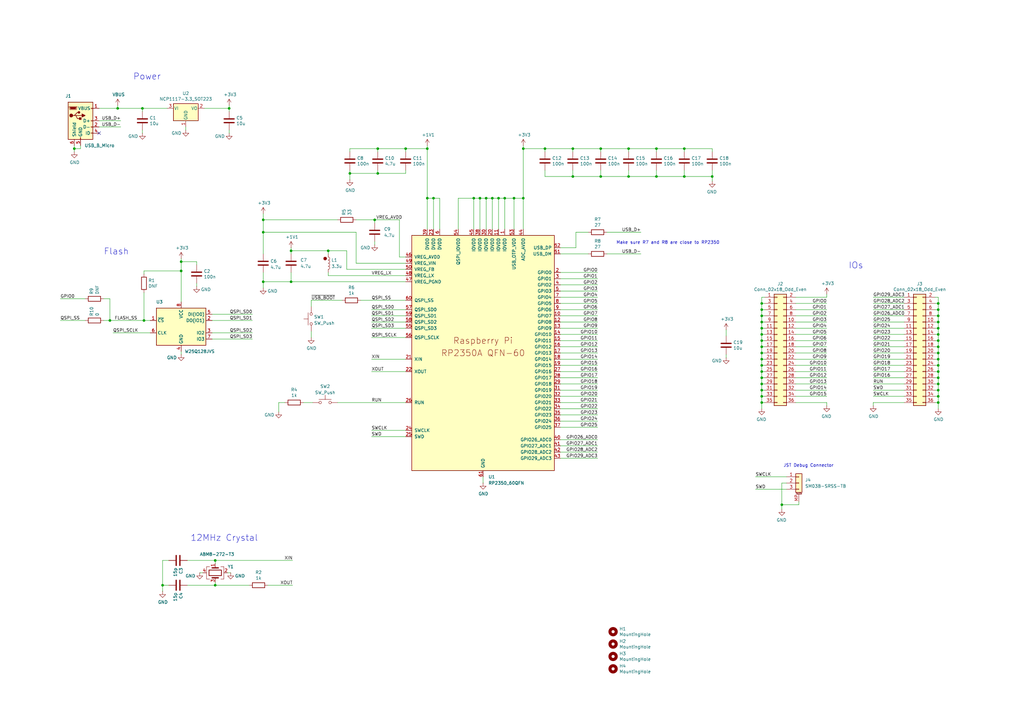
<source format=kicad_sch>
(kicad_sch (version 20250114) (generator "eeschema") (generator_version "9.0")
  (paper "A3")
  (title_block (title "RP2350A QFN-60 Minimal Design Example") (date "2024-07-01") (rev "REV3") (company "Raspberry Pi Ltd"))
  (circle (center 133.35 106.045) (radius 0.635) (stroke (width 0) (color 132 0 0 1)) (fill (type color) (color 132 0 0 1)))
  (text "JST Debug Connector" (at 321.31 191.77 0) (effects (font (size 1.27 1.27)) (justify left bottom)))
  (text "IOs" (at 347.98 110.49 0) (effects (font (size 2.54 2.54)) (justify left bottom)))
  (text "Flash" (at 42.545 104.775 0) (effects (font (size 2.54 2.54)) (justify left bottom)))
  (text "Make sure R7 and R8 are close to RP2350\n" (at 252.73 100.33 0) (effects (font (size 1.27 1.27)) (justify left bottom)))
  (text "12MHz Crystal" (at 78.105 222.25 0) (effects (font (size 2.54 2.54)) (justify left bottom)))
  (text "Power" (at 54.61 33.02 0) (effects (font (size 2.54 2.54)) (justify left bottom)))
  (junction (at 320.675 207.01))
  (junction (at 257.81 60.96))
  (junction (at 153.67 90.17))
  (junction (at 312.42 149.86))
  (junction (at 119.38 102.87))
  (junction (at 312.42 157.48))
  (junction (at 194.31 81.28))
  (junction (at 280.67 72.39))
  (junction (at 312.42 147.32))
  (junction (at 175.26 81.28))
  (junction (at 154.94 71.12))
  (junction (at 214.63 60.96))
  (junction (at 384.81 162.56))
  (junction (at 312.42 144.78))
  (junction (at 196.85 81.28))
  (junction (at 88.265 229.87))
  (junction (at 48.26 44.45))
  (junction (at 134.62 102.87))
  (junction (at 30.48 60.96))
  (junction (at 119.38 115.57))
  (junction (at 223.52 60.96))
  (junction (at 312.42 152.4))
  (junction (at 210.82 81.28))
  (junction (at 66.675 240.03))
  (junction (at 154.94 60.96))
  (junction (at 207.01 81.28))
  (junction (at 384.81 154.94))
  (junction (at 269.24 72.39))
  (junction (at 384.81 134.62))
  (junction (at 384.81 144.78))
  (junction (at 292.1 72.39))
  (junction (at 384.81 127))
  (junction (at 384.81 157.48))
  (junction (at 246.38 72.39))
  (junction (at 312.42 142.24))
  (junction (at 204.47 81.28))
  (junction (at 74.295 107.315))
  (junction (at 312.42 129.54))
  (junction (at 199.39 81.28))
  (junction (at 384.81 165.1))
  (junction (at 175.26 60.96))
  (junction (at 74.295 111.125))
  (junction (at 107.95 115.57))
  (junction (at 384.81 137.16))
  (junction (at 280.67 60.96))
  (junction (at 384.81 139.7))
  (junction (at 257.81 72.39))
  (junction (at 269.24 60.96))
  (junction (at 312.42 139.7))
  (junction (at 312.42 137.16))
  (junction (at 58.42 44.45))
  (junction (at 166.37 60.96))
  (junction (at 384.81 160.02))
  (junction (at 384.81 152.4))
  (junction (at 384.81 132.08))
  (junction (at 312.42 165.1))
  (junction (at 312.42 154.94))
  (junction (at 312.42 127))
  (junction (at 384.81 129.54))
  (junction (at 312.42 124.46))
  (junction (at 384.81 147.32))
  (junction (at 234.95 60.96))
  (junction (at 88.265 240.03))
  (junction (at 312.42 160.02))
  (junction (at 234.95 72.39))
  (junction (at 214.63 81.28))
  (junction (at 384.81 142.24))
  (junction (at 107.95 90.17))
  (junction (at 312.42 162.56))
  (junction (at 177.8 81.28))
  (junction (at 246.38 60.96))
  (junction (at 59.055 131.445))
  (junction (at 45.085 131.445))
  (junction (at 384.81 124.46))
  (junction (at 384.81 149.86))
  (junction (at 93.98 44.45))
  (junction (at 312.42 132.08))
  (junction (at 201.93 81.28))
  (junction (at 107.95 95.25))
  (junction (at 143.51 71.12))
  (junction (at 312.42 134.62))
  (no_connect (at 40.64 54.61))
  (wire (pts (xy 229.87 127) (xy 245.11 127)))
  (wire (pts (xy 153.67 100.33) (xy 153.67 99.06)))
  (wire (pts (xy 24.765 122.555) (xy 34.925 122.555)))
  (wire (pts (xy 146.05 95.25) (xy 146.05 107.95)))
  (wire (pts (xy 384.81 152.4) (xy 384.81 154.94)))
  (wire (pts (xy 229.87 185.42) (xy 245.11 185.42)))
  (wire (pts (xy 384.81 137.16) (xy 384.81 139.7)))
  (wire (pts (xy 339.09 144.78) (xy 326.39 144.78)))
  (wire (pts (xy 370.84 147.32) (xy 358.14 147.32)))
  (wire (pts (xy 312.42 160.02) (xy 312.42 162.56)))
  (wire (pts (xy 320.675 198.12) (xy 320.675 207.01)))
  (wire (pts (xy 154.94 60.96) (xy 166.37 60.96)))
  (wire (pts (xy 370.84 132.08) (xy 358.14 132.08)))
  (wire (pts (xy 229.87 129.54) (xy 245.11 129.54)))
  (wire (pts (xy 93.98 44.45) (xy 93.98 43.18)))
  (wire (pts (xy 370.84 157.48) (xy 358.14 157.48)))
  (wire (pts (xy 88.265 231.14) (xy 88.265 229.87)))
  (wire (pts (xy 234.95 62.23) (xy 234.95 60.96)))
  (wire (pts (xy 234.95 69.85) (xy 234.95 72.39)))
  (wire (pts (xy 163.83 90.17) (xy 163.83 105.41)))
  (wire (pts (xy 339.09 149.86) (xy 326.39 149.86)))
  (wire (pts (xy 207.01 81.28) (xy 210.82 81.28)))
  (wire (pts (xy 154.94 62.23) (xy 154.94 60.96)))
  (wire (pts (xy 166.37 138.43) (xy 152.4 138.43)))
  (wire (pts (xy 154.94 71.12) (xy 166.37 71.12)))
  (wire (pts (xy 30.48 59.69) (xy 30.48 60.96)))
  (wire (pts (xy 229.87 167.64) (xy 245.11 167.64)))
  (wire (pts (xy 384.81 165.1) (xy 384.81 167.64)))
  (wire (pts (xy 229.87 111.76) (xy 245.11 111.76)))
  (wire (pts (xy 143.51 69.85) (xy 143.51 71.12)))
  (wire (pts (xy 48.26 43.18) (xy 48.26 44.45)))
  (wire (pts (xy 153.67 90.17) (xy 163.83 90.17)))
  (wire (pts (xy 384.81 154.94) (xy 384.81 157.48)))
  (wire (pts (xy 229.87 162.56) (xy 245.11 162.56)))
  (wire (pts (xy 339.09 154.94) (xy 326.39 154.94)))
  (wire (pts (xy 384.81 132.08) (xy 384.81 134.62)))
  (wire (pts (xy 312.42 165.1) (xy 312.42 167.64)))
  (wire (pts (xy 246.38 62.23) (xy 246.38 60.96)))
  (wire (pts (xy 127.635 123.19) (xy 127.635 125.73)))
  (wire (pts (xy 166.37 176.53) (xy 152.4 176.53)))
  (wire (pts (xy 370.84 144.78) (xy 358.14 144.78)))
  (wire (pts (xy 107.95 90.17) (xy 107.95 95.25)))
  (wire (pts (xy 223.52 62.23) (xy 223.52 60.96)))
  (wire (pts (xy 88.265 240.03) (xy 102.235 240.03)))
  (wire (pts (xy 384.81 129.54) (xy 384.81 132.08)))
  (wire (pts (xy 223.52 69.85) (xy 223.52 72.39)))
  (wire (pts (xy 107.95 95.25) (xy 146.05 95.25)))
  (wire (pts (xy 107.95 95.25) (xy 107.95 104.14)))
  (wire (pts (xy 313.69 157.48) (xy 312.42 157.48)))
  (wire (pts (xy 66.675 240.03) (xy 66.675 242.57)))
  (wire (pts (xy 370.84 152.4) (xy 358.14 152.4)))
  (wire (pts (xy 312.42 162.56) (xy 312.42 165.1)))
  (wire (pts (xy 199.39 93.98) (xy 199.39 81.28)))
  (wire (pts (xy 33.02 59.69) (xy 33.02 60.96)))
  (wire (pts (xy 312.42 139.7) (xy 312.42 142.24)))
  (wire (pts (xy 187.96 93.98) (xy 187.96 81.28)))
  (wire (pts (xy 46.355 136.525) (xy 61.595 136.525)))
  (wire (pts (xy 74.295 106.045) (xy 74.295 107.315)))
  (wire (pts (xy 66.675 229.87) (xy 66.675 240.03)))
  (wire (pts (xy 210.82 81.28) (xy 214.63 81.28)))
  (wire (pts (xy 257.81 60.96) (xy 269.24 60.96)))
  (wire (pts (xy 383.54 142.24) (xy 384.81 142.24)))
  (wire (pts (xy 69.215 229.87) (xy 66.675 229.87)))
  (wire (pts (xy 153.67 90.17) (xy 153.67 91.44)))
  (wire (pts (xy 269.24 72.39) (xy 257.81 72.39)))
  (wire (pts (xy 339.09 157.48) (xy 326.39 157.48)))
  (wire (pts (xy 229.87 175.26) (xy 245.11 175.26)))
  (wire (pts (xy 42.545 122.555) (xy 45.085 122.555)))
  (wire (pts (xy 201.93 81.28) (xy 204.47 81.28)))
  (wire (pts (xy 40.64 52.07) (xy 49.53 52.07)))
  (wire (pts (xy 234.95 72.39) (xy 223.52 72.39)))
  (wire (pts (xy 269.24 69.85) (xy 269.24 72.39)))
  (wire (pts (xy 175.26 60.96) (xy 175.26 81.28)))
  (wire (pts (xy 196.85 81.28) (xy 199.39 81.28)))
  (wire (pts (xy 384.81 144.78) (xy 384.81 147.32)))
  (wire (pts (xy 383.54 157.48) (xy 384.81 157.48)))
  (wire (pts (xy 229.87 139.7) (xy 245.11 139.7)))
  (wire (pts (xy 201.93 93.98) (xy 201.93 81.28)))
  (wire (pts (xy 59.055 111.125) (xy 74.295 111.125)))
  (wire (pts (xy 146.05 107.95) (xy 166.37 107.95)))
  (wire (pts (xy 383.54 165.1) (xy 384.81 165.1)))
  (wire (pts (xy 383.54 139.7) (xy 384.81 139.7)))
  (wire (pts (xy 199.39 81.28) (xy 201.93 81.28)))
  (wire (pts (xy 58.42 45.72) (xy 58.42 44.45)))
  (wire (pts (xy 383.54 134.62) (xy 384.81 134.62)))
  (wire (pts (xy 107.95 87.63) (xy 107.95 90.17)))
  (wire (pts (xy 313.69 149.86) (xy 312.42 149.86)))
  (wire (pts (xy 384.81 127) (xy 384.81 129.54)))
  (wire (pts (xy 107.95 115.57) (xy 119.38 115.57)))
  (wire (pts (xy 229.87 132.08) (xy 245.11 132.08)))
  (wire (pts (xy 116.84 165.1) (xy 114.3 165.1)))
  (wire (pts (xy 234.95 60.96) (xy 246.38 60.96)))
  (wire (pts (xy 59.055 112.395) (xy 59.055 111.125)))
  (wire (pts (xy 119.38 104.14) (xy 119.38 102.87)))
  (wire (pts (xy 339.09 166.37) (xy 339.09 165.1)))
  (wire (pts (xy 229.87 114.3) (xy 245.11 114.3)))
  (wire (pts (xy 86.995 139.065) (xy 103.505 139.065)))
  (wire (pts (xy 166.37 123.19) (xy 147.955 123.19)))
  (wire (pts (xy 143.51 62.23) (xy 143.51 60.96)))
  (wire (pts (xy 312.42 127) (xy 312.42 129.54)))
  (wire (pts (xy 107.95 111.76) (xy 107.95 115.57)))
  (wire (pts (xy 383.54 129.54) (xy 384.81 129.54)))
  (wire (pts (xy 327.66 205.74) (xy 327.66 207.01)))
  (wire (pts (xy 370.84 160.02) (xy 358.14 160.02)))
  (wire (pts (xy 339.09 147.32) (xy 326.39 147.32)))
  (wire (pts (xy 370.84 142.24) (xy 358.14 142.24)))
  (wire (pts (xy 384.81 142.24) (xy 384.81 144.78)))
  (wire (pts (xy 166.37 110.49) (xy 142.24 110.49)))
  (wire (pts (xy 59.055 120.015) (xy 59.055 131.445)))
  (wire (pts (xy 74.295 144.145) (xy 74.295 145.415)))
  (wire (pts (xy 384.81 121.92) (xy 384.81 124.46)))
  (wire (pts (xy 383.54 160.02) (xy 384.81 160.02)))
  (wire (pts (xy 229.87 172.72) (xy 245.11 172.72)))
  (wire (pts (xy 140.335 123.19) (xy 127.635 123.19)))
  (wire (pts (xy 309.88 200.66) (xy 322.58 200.66)))
  (wire (pts (xy 384.81 157.48) (xy 384.81 160.02)))
  (wire (pts (xy 370.84 127) (xy 358.14 127)))
  (wire (pts (xy 229.87 187.96) (xy 245.11 187.96)))
  (wire (pts (xy 248.92 104.14) (xy 262.89 104.14)))
  (wire (pts (xy 384.81 149.86) (xy 384.81 152.4)))
  (wire (pts (xy 175.26 81.28) (xy 175.26 93.98)))
  (wire (pts (xy 370.84 149.86) (xy 358.14 149.86)))
  (wire (pts (xy 370.84 124.46) (xy 358.14 124.46)))
  (wire (pts (xy 59.055 131.445) (xy 61.595 131.445)))
  (wire (pts (xy 383.54 121.92) (xy 384.81 121.92)))
  (wire (pts (xy 214.63 81.28) (xy 214.63 93.98)))
  (wire (pts (xy 119.38 101.6) (xy 119.38 102.87)))
  (wire (pts (xy 109.855 240.03) (xy 120.015 240.03)))
  (wire (pts (xy 76.835 240.03) (xy 88.265 240.03)))
  (wire (pts (xy 119.38 115.57) (xy 166.37 115.57)))
  (wire (pts (xy 339.09 137.16) (xy 326.39 137.16)))
  (wire (pts (xy 107.95 115.57) (xy 107.95 118.11)))
  (wire (pts (xy 48.26 44.45) (xy 58.42 44.45)))
  (wire (pts (xy 313.69 139.7) (xy 312.42 139.7)))
  (wire (pts (xy 69.215 240.03) (xy 66.675 240.03)))
  (wire (pts (xy 383.54 162.56) (xy 384.81 162.56)))
  (wire (pts (xy 107.95 90.17) (xy 138.43 90.17)))
  (wire (pts (xy 383.54 152.4) (xy 384.81 152.4)))
  (wire (pts (xy 74.295 111.125) (xy 74.295 123.825)))
  (wire (pts (xy 143.51 71.12) (xy 143.51 73.66)))
  (wire (pts (xy 204.47 81.28) (xy 207.01 81.28)))
  (wire (pts (xy 24.765 131.445) (xy 34.925 131.445)))
  (wire (pts (xy 339.09 160.02) (xy 326.39 160.02)))
  (wire (pts (xy 83.82 44.45) (xy 93.98 44.45)))
  (wire (pts (xy 313.69 121.92) (xy 312.42 121.92)))
  (wire (pts (xy 313.69 160.02) (xy 312.42 160.02)))
  (wire (pts (xy 229.87 170.18) (xy 245.11 170.18)))
  (wire (pts (xy 154.94 69.85) (xy 154.94 71.12)))
  (wire (pts (xy 269.24 60.96) (xy 280.67 60.96)))
  (wire (pts (xy 383.54 124.46) (xy 384.81 124.46)))
  (wire (pts (xy 383.54 144.78) (xy 384.81 144.78)))
  (wire (pts (xy 339.09 121.92) (xy 339.09 120.65)))
  (wire (pts (xy 384.81 160.02) (xy 384.81 162.56)))
  (wire (pts (xy 358.14 165.1) (xy 370.84 165.1)))
  (wire (pts (xy 74.295 107.315) (xy 74.295 111.125)))
  (wire (pts (xy 292.1 69.85) (xy 292.1 72.39)))
  (wire (pts (xy 42.545 131.445) (xy 45.085 131.445)))
  (wire (pts (xy 86.995 136.525) (xy 103.505 136.525)))
  (wire (pts (xy 152.4 147.32) (xy 166.37 147.32)))
  (wire (pts (xy 198.12 195.58) (xy 198.12 198.12)))
  (wire (pts (xy 152.4 132.08) (xy 166.37 132.08)))
  (wire (pts (xy 81.915 234.95) (xy 83.185 234.95)))
  (wire (pts (xy 384.81 139.7) (xy 384.81 142.24)))
  (wire (pts (xy 58.42 53.34) (xy 58.42 54.61)))
  (wire (pts (xy 180.34 81.28) (xy 180.34 93.98)))
  (wire (pts (xy 194.31 93.98) (xy 194.31 81.28)))
  (wire (pts (xy 229.87 182.88) (xy 245.11 182.88)))
  (wire (pts (xy 229.87 116.84) (xy 245.11 116.84)))
  (wire (pts (xy 143.51 60.96) (xy 154.94 60.96)))
  (wire (pts (xy 142.24 110.49) (xy 142.24 102.87)))
  (wire (pts (xy 370.84 121.92) (xy 358.14 121.92)))
  (wire (pts (xy 383.54 154.94) (xy 384.81 154.94)))
  (wire (pts (xy 339.09 165.1) (xy 326.39 165.1)))
  (wire (pts (xy 80.645 107.315) (xy 74.295 107.315)))
  (wire (pts (xy 312.42 124.46) (xy 312.42 127)))
  (wire (pts (xy 229.87 137.16) (xy 245.11 137.16)))
  (wire (pts (xy 280.67 62.23) (xy 280.67 60.96)))
  (wire (pts (xy 152.4 127) (xy 166.37 127)))
  (wire (pts (xy 312.42 134.62) (xy 312.42 137.16)))
  (wire (pts (xy 236.22 95.25) (xy 236.22 101.6)))
  (wire (pts (xy 229.87 144.78) (xy 245.11 144.78)))
  (wire (pts (xy 383.54 137.16) (xy 384.81 137.16)))
  (wire (pts (xy 257.81 69.85) (xy 257.81 72.39)))
  (wire (pts (xy 214.63 59.69) (xy 214.63 60.96)))
  (wire (pts (xy 257.81 62.23) (xy 257.81 60.96)))
  (wire (pts (xy 229.87 154.94) (xy 245.11 154.94)))
  (wire (pts (xy 312.42 142.24) (xy 312.42 144.78)))
  (wire (pts (xy 146.05 90.17) (xy 153.67 90.17)))
  (wire (pts (xy 152.4 129.54) (xy 166.37 129.54)))
  (wire (pts (xy 313.69 147.32) (xy 312.42 147.32)))
  (wire (pts (xy 152.4 134.62) (xy 166.37 134.62)))
  (wire (pts (xy 269.24 62.23) (xy 269.24 60.96)))
  (wire (pts (xy 313.69 152.4) (xy 312.42 152.4)))
  (wire (pts (xy 229.87 134.62) (xy 245.11 134.62)))
  (wire (pts (xy 124.46 165.1) (xy 128.27 165.1)))
  (wire (pts (xy 127.635 135.89) (xy 127.635 138.43)))
  (wire (pts (xy 280.67 72.39) (xy 269.24 72.39)))
  (wire (pts (xy 80.645 108.585) (xy 80.645 107.315)))
  (wire (pts (xy 312.42 121.92) (xy 312.42 124.46)))
  (wire (pts (xy 297.815 135.255) (xy 297.815 137.795)))
  (wire (pts (xy 383.54 132.08) (xy 384.81 132.08)))
  (wire (pts (xy 166.37 60.96) (xy 175.26 60.96)))
  (wire (pts (xy 229.87 160.02) (xy 245.11 160.02)))
  (wire (pts (xy 370.84 134.62) (xy 358.14 134.62)))
  (wire (pts (xy 246.38 60.96) (xy 257.81 60.96)))
  (wire (pts (xy 257.81 72.39) (xy 246.38 72.39)))
  (wire (pts (xy 214.63 60.96) (xy 223.52 60.96)))
  (wire (pts (xy 134.62 113.03) (xy 166.37 113.03)))
  (wire (pts (xy 119.38 111.76) (xy 119.38 115.57)))
  (wire (pts (xy 229.87 149.86) (xy 245.11 149.86)))
  (wire (pts (xy 119.38 102.87) (xy 134.62 102.87)))
  (wire (pts (xy 33.02 60.96) (xy 30.48 60.96)))
  (wire (pts (xy 246.38 69.85) (xy 246.38 72.39)))
  (wire (pts (xy 166.37 179.07) (xy 152.4 179.07)))
  (wire (pts (xy 384.81 134.62) (xy 384.81 137.16)))
  (wire (pts (xy 236.22 95.25) (xy 241.3 95.25)))
  (wire (pts (xy 313.69 132.08) (xy 312.42 132.08)))
  (wire (pts (xy 312.42 129.54) (xy 312.42 132.08)))
  (wire (pts (xy 177.8 81.28) (xy 180.34 81.28)))
  (wire (pts (xy 339.09 162.56) (xy 326.39 162.56)))
  (wire (pts (xy 93.345 234.95) (xy 94.615 234.95)))
  (wire (pts (xy 196.85 93.98) (xy 196.85 81.28)))
  (wire (pts (xy 320.675 207.01) (xy 327.66 207.01)))
  (wire (pts (xy 384.81 162.56) (xy 384.81 165.1)))
  (wire (pts (xy 229.87 165.1) (xy 245.11 165.1)))
  (wire (pts (xy 313.69 124.46) (xy 312.42 124.46)))
  (wire (pts (xy 313.69 142.24) (xy 312.42 142.24)))
  (wire (pts (xy 312.42 147.32) (xy 312.42 149.86)))
  (wire (pts (xy 248.92 95.25) (xy 262.89 95.25)))
  (wire (pts (xy 339.09 142.24) (xy 326.39 142.24)))
  (wire (pts (xy 339.09 134.62) (xy 326.39 134.62)))
  (wire (pts (xy 358.14 166.37) (xy 358.14 165.1)))
  (wire (pts (xy 210.82 93.98) (xy 210.82 81.28)))
  (wire (pts (xy 339.09 124.46) (xy 326.39 124.46)))
  (wire (pts (xy 313.69 162.56) (xy 312.42 162.56)))
  (wire (pts (xy 175.26 59.69) (xy 175.26 60.96)))
  (wire (pts (xy 309.88 195.58) (xy 322.58 195.58)))
  (wire (pts (xy 229.87 119.38) (xy 245.11 119.38)))
  (wire (pts (xy 280.67 72.39) (xy 292.1 72.39)))
  (wire (pts (xy 292.1 72.39) (xy 292.1 74.295)))
  (wire (pts (xy 370.84 139.7) (xy 358.14 139.7)))
  (wire (pts (xy 134.62 113.03) (xy 134.62 111.76)))
  (wire (pts (xy 370.84 154.94) (xy 358.14 154.94)))
  (wire (pts (xy 229.87 157.48) (xy 245.11 157.48)))
  (wire (pts (xy 383.54 149.86) (xy 384.81 149.86)))
  (wire (pts (xy 313.69 129.54) (xy 312.42 129.54)))
  (wire (pts (xy 45.085 122.555) (xy 45.085 131.445)))
  (wire (pts (xy 339.09 129.54) (xy 326.39 129.54)))
  (wire (pts (xy 229.87 180.34) (xy 245.11 180.34)))
  (wire (pts (xy 280.67 60.96) (xy 292.1 60.96)))
  (wire (pts (xy 313.69 134.62) (xy 312.42 134.62)))
  (wire (pts (xy 194.31 81.28) (xy 196.85 81.28)))
  (wire (pts (xy 312.42 152.4) (xy 312.42 154.94)))
  (wire (pts (xy 204.47 93.98) (xy 204.47 81.28)))
  (wire (pts (xy 339.09 152.4) (xy 326.39 152.4)))
  (wire (pts (xy 383.54 127) (xy 384.81 127)))
  (wire (pts (xy 229.87 152.4) (xy 245.11 152.4)))
  (wire (pts (xy 134.62 102.87) (xy 134.62 104.14)))
  (wire (pts (xy 76.2 52.07) (xy 76.2 53.34)))
  (wire (pts (xy 312.42 144.78) (xy 312.42 147.32)))
  (wire (pts (xy 339.09 127) (xy 326.39 127)))
  (wire (pts (xy 229.87 147.32) (xy 245.11 147.32)))
  (wire (pts (xy 45.085 131.445) (xy 59.055 131.445)))
  (wire (pts (xy 40.64 49.53) (xy 49.53 49.53)))
  (wire (pts (xy 166.37 62.23) (xy 166.37 60.96)))
  (wire (pts (xy 229.87 101.6) (xy 236.22 101.6)))
  (wire (pts (xy 313.69 137.16) (xy 312.42 137.16)))
  (wire (pts (xy 93.98 45.72) (xy 93.98 44.45)))
  (wire (pts (xy 246.38 72.39) (xy 234.95 72.39)))
  (wire (pts (xy 143.51 71.12) (xy 154.94 71.12)))
  (wire (pts (xy 339.09 121.92) (xy 326.39 121.92)))
  (wire (pts (xy 187.96 81.28) (xy 194.31 81.28)))
  (wire (pts (xy 370.84 129.54) (xy 358.14 129.54)))
  (wire (pts (xy 384.81 124.46) (xy 384.81 127)))
  (wire (pts (xy 40.64 44.45) (xy 48.26 44.45)))
  (wire (pts (xy 177.8 81.28) (xy 175.26 81.28)))
  (wire (pts (xy 68.58 44.45) (xy 58.42 44.45)))
  (wire (pts (xy 207.01 81.28) (xy 207.01 93.98)))
  (wire (pts (xy 322.58 198.12) (xy 320.675 198.12)))
  (wire (pts (xy 88.265 229.87) (xy 120.015 229.87)))
  (wire (pts (xy 30.48 60.96) (xy 30.48 62.23)))
  (wire (pts (xy 313.69 154.94) (xy 312.42 154.94)))
  (wire (pts (xy 93.98 53.34) (xy 93.98 54.61)))
  (wire (pts (xy 312.42 149.86) (xy 312.42 152.4)))
  (wire (pts (xy 229.87 104.14) (xy 241.3 104.14)))
  (wire (pts (xy 142.24 102.87) (xy 134.62 102.87)))
  (wire (pts (xy 114.3 165.1) (xy 114.3 168.91)))
  (wire (pts (xy 88.265 238.76) (xy 88.265 240.03)))
  (wire (pts (xy 229.87 124.46) (xy 245.11 124.46)))
  (wire (pts (xy 229.87 142.24) (xy 245.11 142.24)))
  (wire (pts (xy 312.42 132.08) (xy 312.42 134.62)))
  (wire (pts (xy 339.09 139.7) (xy 326.39 139.7)))
  (wire (pts (xy 214.63 60.96) (xy 214.63 81.28)))
  (wire (pts (xy 313.69 127) (xy 312.42 127)))
  (wire (pts (xy 229.87 121.92) (xy 245.11 121.92)))
  (wire (pts (xy 163.83 105.41) (xy 166.37 105.41)))
  (wire (pts (xy 384.81 147.32) (xy 384.81 149.86)))
  (wire (pts (xy 297.815 145.415) (xy 297.815 146.685)))
  (wire (pts (xy 86.995 128.905) (xy 103.505 128.905)))
  (wire (pts (xy 339.09 132.08) (xy 326.39 132.08)))
  (wire (pts (xy 312.42 154.94) (xy 312.42 157.48)))
  (wire (pts (xy 223.52 60.96) (xy 234.95 60.96)))
  (wire (pts (xy 166.37 152.4) (xy 152.4 152.4)))
  (wire (pts (xy 320.675 207.01) (xy 320.675 208.915)))
  (wire (pts (xy 313.69 165.1) (xy 312.42 165.1)))
  (wire (pts (xy 313.69 144.78) (xy 312.42 144.78)))
  (wire (pts (xy 292.1 62.23) (xy 292.1 60.96)))
  (wire (pts (xy 312.42 157.48) (xy 312.42 160.02)))
  (wire (pts (xy 370.84 137.16) (xy 358.14 137.16)))
  (wire (pts (xy 383.54 147.32) (xy 384.81 147.32)))
  (wire (pts (xy 370.84 162.56) (xy 358.14 162.56)))
  (wire (pts (xy 76.835 229.87) (xy 88.265 229.87)))
  (wire (pts (xy 86.995 131.445) (xy 103.505 131.445)))
  (wire (pts (xy 166.37 71.12) (xy 166.37 69.85)))
  (wire (pts (xy 177.8 93.98) (xy 177.8 81.28)))
  (wire (pts (xy 138.43 165.1) (xy 166.37 165.1)))
  (wire (pts (xy 280.67 69.85) (xy 280.67 72.39)))
  (wire (pts (xy 80.645 116.205) (xy 80.645 117.475)))
  (wire (pts (xy 312.42 137.16) (xy 312.42 139.7)))
  (label "XIN" (at 152.4 147.32 0))
  (label "GPIO26_ADC0" (at 358.14 129.54 0))
  (label "USB_D+" (at 262.89 95.25 180))
  (label "GPIO26_ADC0" (at 245.11 180.34 180))
  (label "QSPI_SS" (at 24.765 131.445 0))
  (label "GPIO25" (at 358.14 132.08 0))
  (label "RUN" (at 358.14 157.48 0))
  (label "GPIO11" (at 339.09 152.4 180))
  (label "XOUT" (at 152.4 152.4 0))
  (label "GPIO2" (at 245.11 116.84 180))
  (label "GPIO1" (at 245.11 114.3 180))
  (label "GPIO3" (at 339.09 132.08 180))
  (label "GPIO15" (at 339.09 162.56 180))
  (label "GPIO21" (at 358.14 142.24 0))
  (label "GPIO20" (at 358.14 144.78 0))
  (label "GPIO8" (at 339.09 144.78 180))
  (label "SWCLK" (at 358.14 162.56 0))
  (label "GPIO0" (at 24.765 122.555 0))
  (label "GPIO17" (at 358.14 152.4 0))
  (label "GPIO1" (at 339.09 127 180))
  (label "GPIO28_ADC2" (at 358.14 124.46 0))
  (label "GPIO18" (at 358.14 149.86 0))
  (label "QSPI_SD2" (at 103.505 136.525 180))
  (label "FLASH_SS" (at 46.99 131.445 0))
  (label "GPIO27_ADC1" (at 358.14 127 0))
  (label "GPIO0" (at 245.11 111.76 180))
  (label "GPIO14" (at 245.11 147.32 180))
  (label "RUN" (at 152.4 165.1 0))
  (label "QSPI_SD0" (at 152.4 127 0))
  (label "QSPI_SD0" (at 103.505 128.905 180))
  (label "GPIO16" (at 358.14 154.94 0))
  (label "QSPI_SS" (at 152.4 123.19 0))
  (label "SWCLK" (at 152.4 176.53 0))
  (label "GPIO22" (at 358.14 139.7 0))
  (label "GPIO25" (at 245.11 175.26 180))
  (label "SWD" (at 358.14 160.02 0))
  (label "GPIO12" (at 339.09 154.94 180))
  (label "GPIO10" (at 339.09 149.86 180))
  (label "GPIO19" (at 358.14 147.32 0))
  (label "SWCLK" (at 309.88 195.58 0))
  (label "QSPI_SD3" (at 103.505 139.065 180))
  (label "GPIO24" (at 245.11 172.72 180))
  (label "GPIO4" (at 245.11 121.92 180))
  (label "GPIO7" (at 339.09 142.24 180))
  (label "XOUT" (at 120.015 240.03 180))
  (label "GPIO5" (at 245.11 124.46 180))
  (label "QSPI_SD2" (at 152.4 132.08 0))
  (label "GPIO19" (at 245.11 160.02 180))
  (label "USB_D+" (at 49.53 49.53 180))
  (label "USB_D-" (at 262.89 104.14 180))
  (label "GPIO8" (at 245.11 132.08 180))
  (label "GPIO6" (at 339.09 139.7 180))
  (label "~{USB_BOOT}" (at 127.635 123.19 0))
  (label "XIN" (at 120.015 229.87 180))
  (label "GPIO10" (at 245.11 137.16 180))
  (label "VREG_AVDD" (at 154.305 90.17 0))
  (label "GPIO18" (at 245.11 157.48 180))
  (label "GPIO9" (at 245.11 134.62 180))
  (label "GPIO20" (at 245.11 162.56 180))
  (label "USB_D-" (at 49.53 52.07 180))
  (label "GPIO12" (at 245.11 142.24 180))
  (label "GPIO22" (at 245.11 167.64 180))
  (label "GPIO0" (at 339.09 124.46 180))
  (label "QSPI_SD1" (at 152.4 129.54 0))
  (label "GPIO24" (at 358.14 134.62 0))
  (label "GPIO4" (at 339.09 134.62 180))
  (label "QSPI_SCLK" (at 152.4 138.43 0))
  (label "QSPI_SCLK" (at 46.355 136.525 0))
  (label "GPIO13" (at 245.11 144.78 180))
  (label "GPIO13" (at 339.09 157.48 180))
  (label "GPIO17" (at 245.11 154.94 180))
  (label "GPIO29_ADC3" (at 245.11 187.96 180))
  (label "GPIO2" (at 339.09 129.54 180))
  (label "GPIO28_ADC2" (at 245.11 185.42 180))
  (label "SWD" (at 309.88 200.66 0))
  (label "GPIO14" (at 339.09 160.02 180))
  (label "GPIO27_ADC1" (at 245.11 182.88 180))
  (label "GPIO3" (at 245.11 119.38 180))
  (label "GPIO11" (at 245.11 139.7 180))
  (label "GPIO29_ADC3" (at 358.14 121.92 0))
  (label "QSPI_SD1" (at 103.505 131.445 180))
  (label "VREG_LX" (at 152.4 113.03 0))
  (label "SWD" (at 152.4 179.07 0))
  (label "GPIO7" (at 245.11 129.54 180))
  (label "GPIO9" (at 339.09 147.32 180))
  (label "GPIO23" (at 358.14 137.16 0))
  (label "GPIO6" (at 245.11 127 180))
  (label "GPIO5" (at 339.09 137.16 180))
  (label "GPIO15" (at 245.11 149.86 180))
  (label "GPIO21" (at 245.11 165.1 180))
  (label "GPIO16" (at 245.11 152.4 180))
  (label "QSPI_SD3" (at 152.4 134.62 0))
  (label "GPIO23" (at 245.11 170.18 180))
  (symbol (lib_id "Memory_Flash:W25Q128JVS") (at 74.295 133.985 0) (unit 1)
    (property "Reference" "U3" (at 65.405 123.825 0))
    (property "Value" "W25Q128JVS" (at 81.915 144.145 0))
    (property "Footprint" "Package_SO:SOIC-8_5.23x5.23mm_P1.27mm" (effects (hide yes)))
    (property "Datasheet" "http://www.winbond.com/resource-files/w25q128jv_dtr%20revc%2003272018%20plus.pdf" (effects (hide yes)))
  )
  (symbol (lib_id "power:+3V3") (at 74.295 106.045 0) (unit 1)
    (property "Reference" "#PWR04" (effects (hide yes)))
    (property "Value" "+3V3" (at 74.676 101.6508 0))
  )
  (symbol (lib_id "power:GND") (at 74.295 145.415 0) (unit 1)
    (property "Reference" "#PWR05" (effects (hide yes)))
    (property "Value" "GND" (at 70.485 146.685 0))
  )
  (symbol (lib_id "Device:R") (at 59.055 116.205 0) (unit 1)
    (property "Reference" "R1" (at 60.833 115.0366 0) (effects (justify left)))
    (property "Value" "DNF" (at 60.833 117.348 0) (effects (justify left)))
    (property "Footprint" "Resistor_SMD:R_0402_1005Metric" (effects (hide yes)))
  )
  (symbol (lib_id "Device:C") (at 80.645 112.395 0) (unit 1)
    (property "Reference" "C2" (at 83.566 111.2266 0) (effects (justify left)))
    (property "Value" "100n" (at 83.566 113.538 0) (effects (justify left)))
    (property "Footprint" "Capacitor_SMD:C_0402_1005Metric" (effects (hide yes)))
  )
  (symbol (lib_id "power:GND") (at 80.645 117.475 0) (unit 1)
    (property "Reference" "#PWR06" (effects (hide yes)))
    (property "Value" "GND" (at 84.455 118.745 0))
  )
  (symbol (lib_id "Connector:USB_B_Micro") (at 33.02 49.53 0) (unit 1)
    (property "Reference" "J1" (at 29.21 39.37 0) (effects (justify right)))
    (property "Value" "USB_B_Micro" (at 46.99 59.69 0) (effects (justify right)))
    (property "Footprint" "Connector_USB:USB_Micro-B_Amphenol_10103594-0001LF_Horizontal" (effects (hide yes)))
  )
  (symbol (lib_id "power:GND") (at 198.12 198.12 0) (unit 1)
    (property "Reference" "#PWR021" (effects (hide yes)))
    (property "Value" "GND" (at 198.247 202.5142 0))
  )
  (symbol (lib_id "Device:R") (at 245.11 95.25 270) (unit 1)
    (property "Reference" "R7" (at 245.11 89.9922 90))
    (property "Value" "27" (at 245.11 92.3036 90))
    (property "Footprint" "Resistor_SMD:R_0402_1005Metric" (effects (hide yes)))
  )
  (symbol (lib_id "Device:R") (at 245.11 104.14 270) (unit 1)
    (property "Reference" "R8" (at 245.11 98.8822 90))
    (property "Value" "27" (at 245.11 101.1936 90))
    (property "Footprint" "Resistor_SMD:R_0402_1005Metric" (effects (hide yes)))
  )
  (symbol (lib_id "power:GND") (at 30.48 62.23 0) (unit 1)
    (property "Reference" "#PWR01" (effects (hide yes)))
    (property "Value" "GND" (at 30.607 66.6242 0))
  )
  (symbol (lib_id "power:GND") (at 339.09 166.37 0) (mirror y) (unit 1)
    (property "Reference" "#PWR026" (effects (hide yes)))
    (property "Value" "GND" (at 338.963 170.7642 0))
  )
  (symbol (lib_id "power:GND") (at 358.14 166.37 0) (unit 1)
    (property "Reference" "#PWR029" (effects (hide yes)))
    (property "Value" "GND" (at 358.267 170.7642 0))
  )
  (symbol (lib_id "power:+3V3") (at 214.63 59.69 0) (unit 1)
    (property "Reference" "#PWR022" (effects (hide yes)))
    (property "Value" "+3V3" (at 215.011 55.2958 0))
  )
  (symbol (lib_id "Device:C") (at 223.52 66.04 0) (unit 1)
    (property "Reference" "C12" (at 226.441 64.8716 0) (effects (justify left)))
    (property "Value" "100n" (at 226.441 67.183 0) (effects (justify left)))
    (property "Footprint" "Capacitor_SMD:C_0402_1005Metric" (effects (hide yes)))
  )
  (symbol (lib_id "Device:C") (at 234.95 66.04 0) (unit 1)
    (property "Reference" "C13" (at 237.871 64.8716 0) (effects (justify left)))
    (property "Value" "100n" (at 237.871 67.183 0) (effects (justify left)))
    (property "Footprint" "Capacitor_SMD:C_0402_1005Metric" (effects (hide yes)))
  )
  (symbol (lib_id "Device:C") (at 246.38 66.04 0) (unit 1)
    (property "Reference" "C14" (at 249.301 64.8716 0) (effects (justify left)))
    (property "Value" "100n" (at 249.301 67.183 0) (effects (justify left)))
    (property "Footprint" "Capacitor_SMD:C_0402_1005Metric" (effects (hide yes)))
  )
  (symbol (lib_id "Device:C") (at 257.81 66.04 0) (unit 1)
    (property "Reference" "C15" (at 260.731 64.8716 0) (effects (justify left)))
    (property "Value" "100n" (at 260.731 67.183 0) (effects (justify left)))
    (property "Footprint" "Capacitor_SMD:C_0402_1005Metric" (effects (hide yes)))
  )
  (symbol (lib_id "Device:C") (at 269.24 66.04 0) (unit 1)
    (property "Reference" "C16" (at 272.161 64.8716 0) (effects (justify left)))
    (property "Value" "100n" (at 272.161 67.183 0) (effects (justify left)))
    (property "Footprint" "Capacitor_SMD:C_0402_1005Metric" (effects (hide yes)))
  )
  (symbol (lib_id "Device:C") (at 280.67 66.04 0) (unit 1)
    (property "Reference" "C17" (at 283.591 64.8716 0) (effects (justify left)))
    (property "Value" "100n" (at 283.591 67.183 0) (effects (justify left)))
    (property "Footprint" "Capacitor_SMD:C_0402_1005Metric" (effects (hide yes)))
  )
  (symbol (lib_id "Mechanical:MountingHole") (at 251.46 259.08 0) (unit 1)
    (property "Reference" "H1" (at 254 257.9116 0) (effects (justify left)))
    (property "Value" "MountingHole" (at 254 260.223 0) (effects (justify left)))
    (property "Footprint" "MountingHole:MountingHole_2.7mm_M2.5" (effects (hide yes)))
  )
  (symbol (lib_id "Mechanical:MountingHole") (at 251.46 264.16 0) (unit 1)
    (property "Reference" "H2" (at 254 262.9916 0) (effects (justify left)))
    (property "Value" "MountingHole" (at 254 265.303 0) (effects (justify left)))
    (property "Footprint" "MountingHole:MountingHole_2.7mm_M2.5" (effects (hide yes)))
  )
  (symbol (lib_id "Mechanical:MountingHole") (at 251.46 269.24 0) (unit 1)
    (property "Reference" "H3" (at 254 268.0716 0) (effects (justify left)))
    (property "Value" "MountingHole" (at 254 270.383 0) (effects (justify left)))
    (property "Footprint" "MountingHole:MountingHole_2.7mm_M2.5" (effects (hide yes)))
  )
  (symbol (lib_id "Mechanical:MountingHole") (at 251.46 274.32 0) (unit 1)
    (property "Reference" "H4" (at 254 273.1516 0) (effects (justify left)))
    (property "Value" "MountingHole" (at 254 275.463 0) (effects (justify left)))
    (property "Footprint" "MountingHole:MountingHole_2.7mm_M2.5" (effects (hide yes)))
  )
  (symbol (lib_id "Regulator_Linear:NCP1117-3.3_SOT223") (at 76.2 44.45 0) (unit 1)
    (property "Reference" "U2" (at 76.2 38.3032 0))
    (property "Value" "NCP1117-3.3_SOT223" (at 76.2 40.6146 0))
    (property "Footprint" "Package_TO_SOT_SMD:SOT-223-3_TabPin2" (effects (hide yes)))
    (property "Datasheet" "http://www.onsemi.com/pub_link/Collateral/NCP1117-D.PDF" (effects (hide yes)))
  )
  (symbol (lib_id "power:VBUS") (at 48.26 43.18 0) (unit 1)
    (property "Reference" "#PWR02" (effects (hide yes)))
    (property "Value" "VBUS" (at 48.641 38.7858 0))
  )
  (symbol (lib_id "power:GND") (at 76.2 53.34 0) (unit 1)
    (property "Reference" "#PWR08" (effects (hide yes)))
    (property "Value" "GND" (at 72.39 54.61 0))
  )
  (symbol (lib_id "power:+3V3") (at 93.98 43.18 0) (unit 1)
    (property "Reference" "#PWR010" (effects (hide yes)))
    (property "Value" "+3V3" (at 94.361 38.7858 0))
  )
  (symbol (lib_id "Device:C") (at 58.42 49.53 0) (unit 1)
    (property "Reference" "C1" (at 61.341 48.3616 0) (effects (justify left)))
    (property "Value" "10u" (at 61.341 50.673 0) (effects (justify left)))
    (property "Footprint" "Capacitor_SMD:C_0805_2012Metric" (effects (hide yes)))
  )
  (symbol (lib_id "Device:C") (at 93.98 49.53 0) (unit 1)
    (property "Reference" "C5" (at 96.901 48.3616 0) (effects (justify left)))
    (property "Value" "10u" (at 96.901 50.673 0) (effects (justify left)))
    (property "Footprint" "Capacitor_SMD:C_0805_2012Metric" (effects (hide yes)))
  )
  (symbol (lib_id "power:GND") (at 58.42 54.61 0) (unit 1)
    (property "Reference" "#PWR03" (effects (hide yes)))
    (property "Value" "GND" (at 54.61 55.88 0))
  )
  (symbol (lib_id "power:GND") (at 93.98 54.61 0) (unit 1)
    (property "Reference" "#PWR011" (effects (hide yes)))
    (property "Value" "GND" (at 90.17 55.88 0))
  )
  (symbol (lib_id "power:+3V3") (at 297.815 135.255 0) (unit 1)
    (property "Reference" "#PWR027" (effects (hide yes)))
    (property "Value" "+3V3" (at 298.196 130.8608 0))
  )
  (symbol (lib_id "Device:C") (at 297.815 141.605 0) (unit 1)
    (property "Reference" "C19" (at 300.736 140.4366 0) (effects (justify left)))
    (property "Value" "10u" (at 300.736 142.748 0) (effects (justify left)))
    (property "Footprint" "Capacitor_SMD:C_0805_2012Metric" (effects (hide yes)))
  )
  (symbol (lib_id "power:GND") (at 297.815 146.685 0) (unit 1)
    (property "Reference" "#PWR028" (effects (hide yes)))
    (property "Value" "GND" (at 294.005 147.955 0))
  )
  (symbol (lib_id "power:GND") (at 312.42 167.64 0) (mirror y) (unit 1)
    (property "Reference" "#PWR024" (effects (hide yes)))
    (property "Value" "GND" (at 312.293 172.0342 0))
  )
  (symbol (lib_id "power:GND") (at 384.81 167.64 0) (unit 1)
    (property "Reference" "#PWR030" (effects (hide yes)))
    (property "Value" "GND" (at 384.937 172.0342 0))
  )
  (symbol (lib_id "power:+3V3") (at 339.09 120.65 0) (unit 1)
    (property "Reference" "#PWR025" (effects (hide yes)))
    (property "Value" "+3V3" (at 339.471 116.2558 0))
  )
  (symbol (lib_id "Connector_Generic:Conn_02x18_Odd_Even") (at 375.92 142.24 0) (unit 1)
    (property "Reference" "J3" (at 377.19 116.4082 0))
    (property "Value" "Conn_02x18_Odd_Even" (at 377.19 118.7196 0))
    (property "Footprint" "Connector_PinHeader_2.54mm:PinHeader_2x18_P2.54mm_Vertical" (effects (hide yes)))
  )
  (symbol (lib_id "Connector_Generic:Conn_02x18_Odd_Even") (at 318.77 142.24 0) (unit 1)
    (property "Reference" "J2" (at 320.04 116.4082 0))
    (property "Value" "Conn_02x18_Odd_Even" (at 320.04 118.7196 0))
    (property "Footprint" "Connector_PinHeader_2.54mm:PinHeader_2x18_P2.54mm_Vertical" (effects (hide yes)))
  )
  (symbol (lib_id "power:+3V3") (at 107.95 87.63 0) (unit 1)
    (property "Reference" "#PWR013" (effects (hide yes)))
    (property "Value" "+3V3" (at 108.331 83.2358 0))
  )
  (symbol (lib_id "Device:C") (at 166.37 66.04 0) (unit 1)
    (property "Reference" "C11" (at 169.291 64.8716 0) (effects (justify left)))
    (property "Value" "100n" (at 169.291 67.183 0) (effects (justify left)))
    (property "Footprint" "Capacitor_SMD:C_0402_1005Metric" (effects (hide yes)))
  )
  (symbol (lib_id "Device:R") (at 120.65 165.1 270) (unit 1)
    (property "Reference" "R4" (at 120.65 159.8422 90))
    (property "Value" "1k" (at 120.65 162.1536 90))
    (property "Footprint" "Resistor_SMD:R_0402_1005Metric" (effects (hide yes)))
  )
  (symbol (lib_id "power:GND") (at 127.635 138.43 0) (unit 1)
    (property "Reference" "#PWR017" (effects (hide yes)))
    (property "Value" "GND" (at 127.762 142.8242 0))
  )
  (symbol (lib_id "power:GND") (at 153.67 100.33 0) (unit 1)
    (property "Reference" "#PWR019" (effects (hide yes)))
    (property "Value" "GND" (at 149.86 101.6 0))
  )
  (symbol (lib_id "MCU_RaspberryPi_RP2350:RP2350_60QFN") (at 198.12 144.78 0) (unit 1)
    (property "Reference" "U1" (at 200.3141 195.58 0) (effects (justify left)))
    (property "Value" "RP2350_60QFN" (at 200.3141 198.12 0) (effects (justify left)))
    (property "Footprint" "RP2350_60QFN_minimal:RP2350-QFN-60-1EP_7x7_P0.4mm_EP3.4x3.4mm_ThermalVias" (effects (hide yes)))
  )
  (symbol (lib_id "Device:C") (at 292.1 66.04 0) (unit 1)
    (property "Reference" "C18" (at 295.021 64.8716 0) (effects (justify left)))
    (property "Value" "100n" (at 295.021 67.183 0) (effects (justify left)))
    (property "Footprint" "Capacitor_SMD:C_0402_1005Metric" (effects (hide yes)))
  )
  (symbol (lib_id "power:GND") (at 66.675 242.57 0) (unit 1)
    (property "Reference" "#PWR07" (effects (hide yes)))
    (property "Value" "GND" (at 66.802 246.9642 0))
  )
  (symbol (lib_id "Switch:SW_Push") (at 133.35 165.1 0) (unit 1)
    (property "Reference" "SW2" (at 133.35 158.4792 0))
    (property "Value" "SW_Push" (at 133.35 161.0161 0))
    (property "Footprint" "Button_Switch_SMD:SW_Push_1P1T_NO_Vertical_Wuerth_434133025816" (effects (hide yes)))
  )
  (symbol (lib_id "Device:R") (at 144.145 123.19 270) (unit 1)
    (property "Reference" "R6" (at 144.145 117.9322 90))
    (property "Value" "1k" (at 144.145 120.2436 90))
    (property "Footprint" "Resistor_SMD:R_0402_1005Metric" (effects (hide yes)))
  )
  (symbol (lib_id "Device:R") (at 142.24 90.17 90) (unit 1)
    (property "Reference" "R5" (at 141.0716 88.392 0) (effects (justify left)))
    (property "Value" "33" (at 143.383 88.392 0) (effects (justify left)))
    (property "Footprint" "Resistor_SMD:R_0402_1005Metric" (effects (hide yes)))
  )
  (symbol (lib_id "Device:C") (at 107.95 107.95 0) (unit 1)
    (property "Reference" "C6" (at 110.871 107.1153 0) (effects (justify left)))
    (property "Value" "4.7u" (at 110.871 109.6522 0) (effects (justify left)))
    (property "Footprint" "RP2350_60QFN_minimal:C_0402_1005Metric_small_pads" (effects (hide yes)))
  )
  (symbol (lib_id "power:GND") (at 94.615 234.95 0) (unit 1)
    (property "Reference" "#PWR012" (effects (hide yes)))
    (property "Value" "GND" (at 98.425 236.22 0))
  )
  (symbol (lib_id "power:GND") (at 320.675 208.915 0) (mirror y) (unit 1)
    (property "Reference" "#PWR031" (effects (hide yes)))
    (property "Value" "GND" (at 320.548 213.3092 0))
  )
  (symbol (lib_id "power:GND") (at 143.51 73.66 0) (unit 1)
    (property "Reference" "#PWR018" (effects (hide yes)))
    (property "Value" "GND" (at 143.637 78.0542 0))
  )
  (symbol (lib_id "Device:C") (at 73.025 240.03 270) (unit 1)
    (property "Reference" "C4" (at 74.1934 242.951 0) (effects (justify left)))
    (property "Value" "15p" (at 71.882 242.951 0) (effects (justify left)))
    (property "Footprint" "Capacitor_SMD:C_0402_1005Metric" (effects (hide yes)))
  )
  (symbol (lib_id "Device:C") (at 119.38 107.95 0) (unit 1)
    (property "Reference" "C7" (at 123.19 106.68 0) (effects (justify left)))
    (property "Value" "4.7u" (at 123.19 109.22 0) (effects (justify left)))
    (property "Footprint" "RP2350_60QFN_minimal:C_0402_1005Metric_small_pads" (effects (hide yes)))
  )
  (symbol (lib_id "Device:C") (at 153.67 95.25 0) (unit 1)
    (property "Reference" "C9" (at 157.48 93.98 0) (effects (justify left)))
    (property "Value" "4.7u" (at 157.48 96.52 0) (effects (justify left)))
    (property "Footprint" "Capacitor_SMD:C_0402_1005Metric" (effects (hide yes)))
  )
  (symbol (lib_id "power:+1V1") (at 175.26 59.69 0) (unit 1)
    (property "Reference" "#PWR020" (effects (hide yes)))
    (property "Value" "+1V1" (at 175.641 55.2958 0))
  )
  (symbol (lib_id "Connector_Generic_MountingPin:Conn_01x03_MountingPin") (at 327.66 198.12 0) (unit 1)
    (property "Reference" "J4" (at 330.2 196.85 0) (effects (justify left)))
    (property "Value" "SM03B-SRSS-TB" (at 330.2 199.39 0) (effects (justify left)))
    (property "Footprint" "Connector_JST:JST_SH_SM03B-SRSS-TB_1x03-1MP_P1.00mm_Horizontal" (effects (hide yes)))
  )
  (symbol (lib_id "Device:R") (at 106.045 240.03 270) (unit 1)
    (property "Reference" "R2" (at 106.045 234.7722 90))
    (property "Value" "1k" (at 106.045 237.0836 90))
    (property "Footprint" "Resistor_SMD:R_0402_1005Metric" (effects (hide yes)))
  )
  (symbol (lib_id "Device:C") (at 143.51 66.04 0) (unit 1)
    (property "Reference" "C8" (at 146.431 64.8716 0) (effects (justify left)))
    (property "Value" "100n" (at 146.431 67.183 0) (effects (justify left)))
    (property "Footprint" "Capacitor_SMD:C_0402_1005Metric" (effects (hide yes)))
  )
  (symbol (lib_id "Switch:SW_Push") (at 127.635 130.81 90) (unit 1)
    (property "Reference" "SW1" (at 128.778 129.9753 90) (effects (justify right)))
    (property "Value" "SW_Push" (at 128.778 132.5122 90) (effects (justify right)))
    (property "Footprint" "Button_Switch_SMD:SW_Push_1P1T_NO_Vertical_Wuerth_434133025816" (effects (hide yes)))
  )
  (symbol (lib_id "Device:C") (at 154.94 66.04 0) (unit 1)
    (property "Reference" "C10" (at 157.861 64.8716 0) (effects (justify left)))
    (property "Value" "4.7u" (at 157.861 67.183 0) (effects (justify left)))
    (property "Footprint" "Capacitor_SMD:C_0402_1005Metric" (effects (hide yes)))
  )
  (symbol (lib_id "Device:R") (at 38.735 131.445 90) (unit 1)
    (property "Reference" "R10" (at 37.5666 129.667 0) (effects (justify left)))
    (property "Value" "0" (at 39.878 129.667 0) (effects (justify left)))
    (property "Footprint" "Resistor_SMD:R_0402_1005Metric" (effects (hide yes)))
  )
  (symbol (lib_id "Device:R") (at 38.735 122.555 90) (unit 1)
    (property "Reference" "R9" (at 37.5666 120.777 0) (effects (justify left)))
    (property "Value" "DNF" (at 39.878 120.777 0) (effects (justify left)))
    (property "Footprint" "Resistor_SMD:R_0402_1005Metric" (effects (hide yes)))
  )
  (symbol (lib_id "power:GND") (at 81.915 234.95 0) (unit 1)
    (property "Reference" "#PWR09" (effects (hide yes)))
    (property "Value" "GND" (at 78.105 236.22 0))
  )
  (symbol (lib_id "power:GND") (at 292.1 74.295 0) (mirror y) (unit 1)
    (property "Reference" "#PWR023" (effects (hide yes)))
    (property "Value" "GND" (at 291.973 78.6892 0))
  )
  (symbol (lib_id "Device:L") (at 134.62 107.95 0) (unit 1)
    (property "Reference" "L1" (at 135.89 106.68 0) (effects (justify left)))
    (property "Value" "3.3u" (at 135.89 109.22 0) (effects (justify left)))
    (property "Footprint" "RP2350_60QFN_minimal:L_pol_2016" (effects (hide yes)))
  )
  (symbol (lib_id "Device:Crystal_GND24") (at 88.265 234.95 270) (unit 1)
    (property "Reference" "Y1" (at 93.345 232.41 90) (effects (justify left)))
    (property "Value" "ABM8-272-T3" (at 81.915 227.33 90) (effects (justify left)))
    (property "Footprint" "Crystal:Crystal_SMD_3225-4Pin_3.2x2.5mm" (effects (hide yes)))
  )
  (symbol (lib_id "power:GND") (at 114.3 168.91 0) (unit 1)
    (property "Reference" "#PWR015" (effects (hide yes)))
    (property "Value" "GND" (at 110.49 170.18 0))
  )
  (symbol (lib_id "power:GND") (at 107.95 118.11 0) (mirror y) (unit 1)
    (property "Reference" "#PWR014" (effects (hide yes)))
    (property "Value" "GND" (at 111.76 119.38 0))
  )
  (symbol (lib_id "Device:C") (at 73.025 229.87 270) (unit 1)
    (property "Reference" "C3" (at 74.1934 232.791 0) (effects (justify left)))
    (property "Value" "15p" (at 71.882 232.791 0) (effects (justify left)))
    (property "Footprint" "Capacitor_SMD:C_0402_1005Metric" (effects (hide yes)))
  )
  (symbol (lib_id "power:+1V1") (at 119.38 101.6 0) (unit 1)
    (property "Reference" "#PWR016" (effects (hide yes)))
    (property "Value" "+1V1" (at 119.761 97.2058 0))
  )
)
</source>
